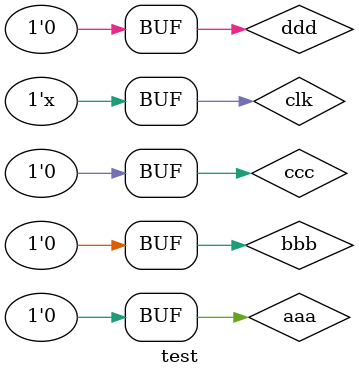
<source format=v>
`timescale 1ns / 1ps


module test;

	// Inputs
	reg clk;
	reg aaa;
	reg bbb;
	reg ccc;
	reg ddd;

	// Outputs
	wire [7:0] seg;
	wire [3:0] an;
	wire dp;

	// Instantiate the Unit Under Test (UUT)
	proj5 uut (
		.clk(clk), 
		.aaa(aaa), 
		.bbb(bbb), 
		.ccc(ccc), 
		.ddd(ddd), 
		.seg(seg), 
		.an(an), 
		.dp(dp)
	);

	initial begin
		// Initialize Inputs
		clk = 0;
		aaa = 0;
		bbb = 0;
		ccc = 0;
		ddd = 0;

		// Wait 100 ns for global reset to finish
		#100;
        
		// Add stimulus here
		// 999Hz
		aaa = 0;bbb = 1;ccc = 0;ddd = 0;#20000000; // 20ms
		aaa = 1;bbb = 0;ccc = 0;ddd = 0;#20000000; // 20ms
		aaa = 0;bbb = 1;ccc = 0;ddd = 0;#20000000; // 20ms
		aaa = 1;bbb = 0;ccc = 0;ddd = 0;#20000000; // 20ms
		aaa = 0;bbb = 1;ccc = 0;ddd = 0;#20000000; // 20ms
		aaa = 0;bbb = 0;ccc = 0;ddd = 0;#90000000; // 90ms

		aaa = 1;bbb = 0;ccc = 0;ddd = 0;#20000000; // 20ms
		aaa = 0;bbb = 0;ccc = 0;ddd = 0;#20000000; // 20ms
		aaa = 1;bbb = 0;ccc = 0;ddd = 0;#20000000; // 20ms
		aaa = 0;bbb = 0;ccc = 1;ddd = 0;#20000000; // 20ms
		aaa = 0;bbb = 0;ccc = 0;ddd = 0;#20000000; // 20ms
		aaa = 0;bbb = 0;ccc = 1;ddd = 0;#20000000; // 20ms
		aaa = 1;bbb = 0;ccc = 0;ddd = 0;#20000000; // 20ms
		aaa = 0;bbb = 0;ccc = 1;ddd = 0;#20000000; // 20ms
		// aaa = 0;bbb = 0;ccc = 0;ddd = 0;#20000000; // 20ms
		// aaa = 0;bbb = 0;ccc = 1;ddd = 0;#20000000; // 20ms
		aaa = 1;bbb = 0;ccc = 0;ddd = 0;#20000000; // 20ms
		aaa = 0;bbb = 0;ccc = 1;ddd = 0;#20000000; // 20ms
		// aaa = 0;bbb = 0;ccc = 0;ddd = 0;#20000000; // 20ms
		// aaa = 0;bbb = 0;ccc = 1;ddd = 0;#20000000; // 20ms

		aaa = 1;bbb = 0;ccc = 0;ddd = 0;#20000000; // 20ms
		aaa = 0;bbb = 0;ccc = 1;ddd = 0;#20000000; // 20ms

		aaa = 0;bbb = 0;ccc = 0;ddd = 0;#20000000; // 20ms
		
	end
	
always#10 clk=~clk;
      
endmodule


</source>
